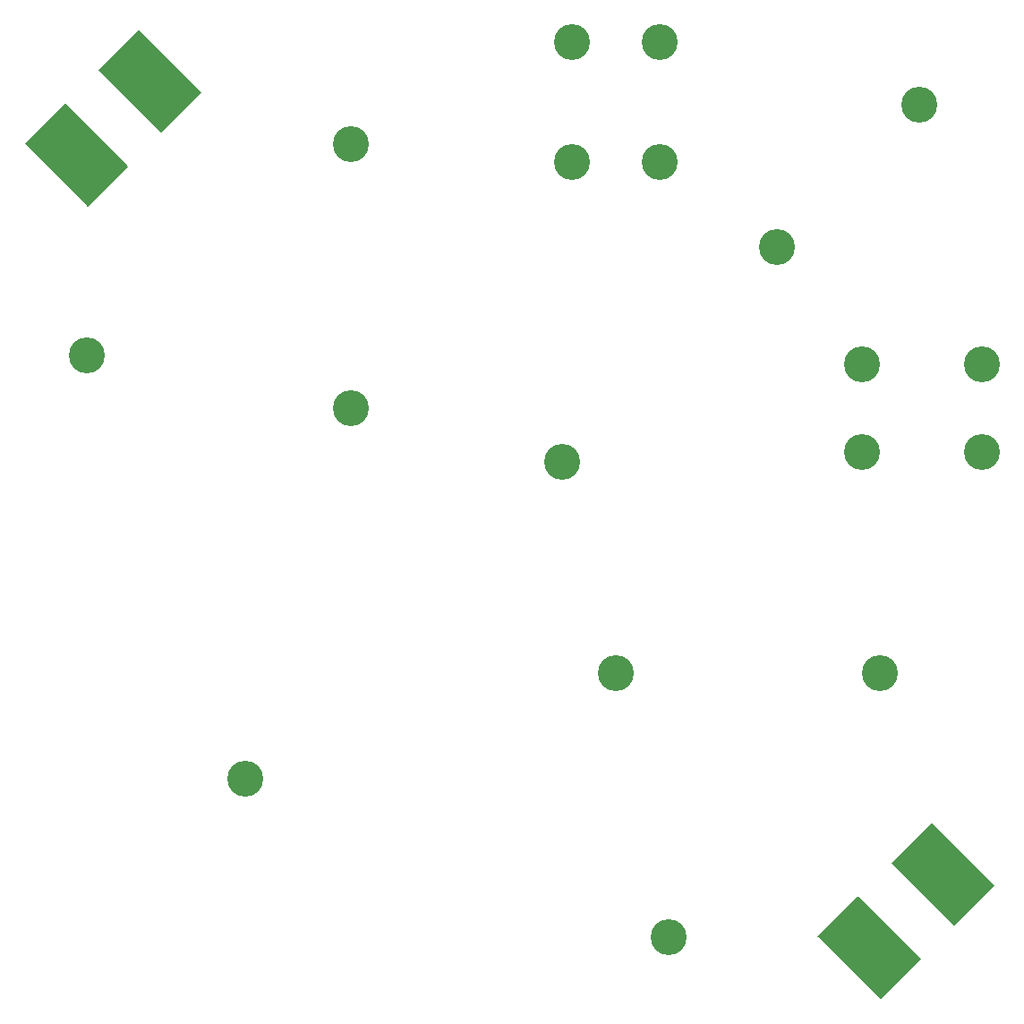
<source format=gbr>
G04 #@! TF.FileFunction,Soldermask,Top*
%FSLAX46Y46*%
G04 Gerber Fmt 4.6, Leading zero omitted, Abs format (unit mm)*
G04 Created by KiCad (PCBNEW 4.0.6) date 12/04/17 20:42:28*
%MOMM*%
%LPD*%
G01*
G04 APERTURE LIST*
%ADD10C,0.050000*%
%ADD11C,3.400000*%
G04 APERTURE END LIST*
D10*
D11*
X100000000Y-100000000D03*
X160000000Y-90000000D03*
X85000000Y-60000000D03*
X140000000Y-115000000D03*
X110000000Y-40000000D03*
X110000000Y-65000000D03*
X135000000Y-90000000D03*
X130000000Y-70000000D03*
D10*
G36*
X163879037Y-117060660D02*
X160060660Y-120879037D01*
X154120963Y-114939340D01*
X157939340Y-111120963D01*
X163879037Y-117060660D01*
X163879037Y-117060660D01*
G37*
G36*
X170879037Y-110060660D02*
X167060660Y-113879037D01*
X161120963Y-107939340D01*
X164939340Y-104120963D01*
X170879037Y-110060660D01*
X170879037Y-110060660D01*
G37*
G36*
X95879037Y-35060660D02*
X92060660Y-38879037D01*
X86120963Y-32939340D01*
X89939340Y-29120963D01*
X95879037Y-35060660D01*
X95879037Y-35060660D01*
G37*
G36*
X88879037Y-42060660D02*
X85060660Y-45879037D01*
X79120963Y-39939340D01*
X82939340Y-36120963D01*
X88879037Y-42060660D01*
X88879037Y-42060660D01*
G37*
D11*
X150264808Y-49735192D03*
X163735192Y-36264808D03*
X158350000Y-69150000D03*
X169650000Y-69150000D03*
X169650000Y-60850000D03*
X158350000Y-60850000D03*
X130850000Y-30350000D03*
X130850000Y-41650000D03*
X139150000Y-41650000D03*
X139150000Y-30350000D03*
M02*

</source>
